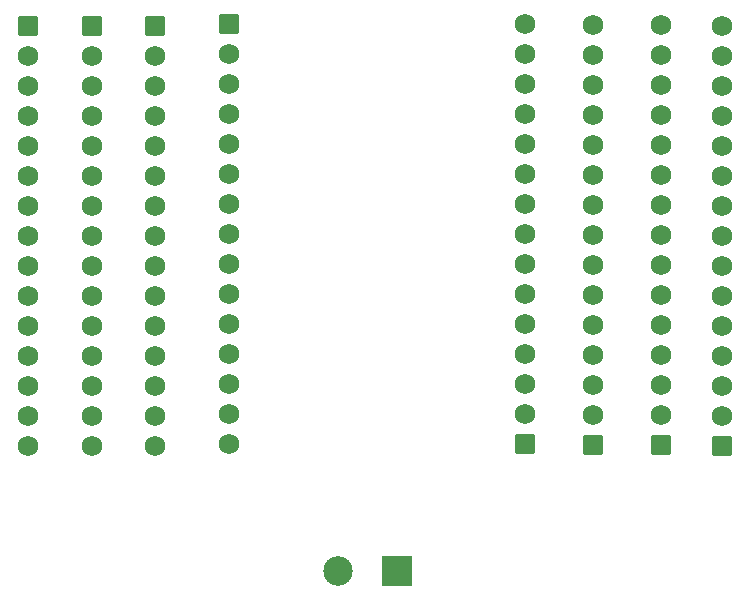
<source format=gbr>
%TF.GenerationSoftware,KiCad,Pcbnew,6.0.7+dfsg-1+b1*%
%TF.CreationDate,2022-09-28T14:19:47-05:00*%
%TF.ProjectId,esp32,65737033-322e-46b6-9963-61645f706362,rev?*%
%TF.SameCoordinates,Original*%
%TF.FileFunction,Soldermask,Bot*%
%TF.FilePolarity,Negative*%
%FSLAX46Y46*%
G04 Gerber Fmt 4.6, Leading zero omitted, Abs format (unit mm)*
G04 Created by KiCad (PCBNEW 6.0.7+dfsg-1+b1) date 2022-09-28 14:19:47*
%MOMM*%
%LPD*%
G01*
G04 APERTURE LIST*
G04 Aperture macros list*
%AMRoundRect*
0 Rectangle with rounded corners*
0 $1 Rounding radius*
0 $2 $3 $4 $5 $6 $7 $8 $9 X,Y pos of 4 corners*
0 Add a 4 corners polygon primitive as box body*
4,1,4,$2,$3,$4,$5,$6,$7,$8,$9,$2,$3,0*
0 Add four circle primitives for the rounded corners*
1,1,$1+$1,$2,$3*
1,1,$1+$1,$4,$5*
1,1,$1+$1,$6,$7*
1,1,$1+$1,$8,$9*
0 Add four rect primitives between the rounded corners*
20,1,$1+$1,$2,$3,$4,$5,0*
20,1,$1+$1,$4,$5,$6,$7,0*
20,1,$1+$1,$6,$7,$8,$9,0*
20,1,$1+$1,$8,$9,$2,$3,0*%
G04 Aperture macros list end*
%ADD10R,2.500000X2.500000*%
%ADD11C,2.500000*%
%ADD12RoundRect,0.250000X-0.620000X0.620000X-0.620000X-0.620000X0.620000X-0.620000X0.620000X0.620000X0*%
%ADD13C,1.740000*%
%ADD14RoundRect,0.250000X0.620000X-0.620000X0.620000X0.620000X-0.620000X0.620000X-0.620000X-0.620000X0*%
G04 APERTURE END LIST*
D10*
%TO.C,J3*%
X118500000Y-149100000D03*
D11*
X113500000Y-149100000D03*
%TD*%
D12*
%TO.C,J5*%
X92650000Y-102920000D03*
D13*
X92650000Y-105460000D03*
X92650000Y-108000000D03*
X92650000Y-110540000D03*
X92650000Y-113080000D03*
X92650000Y-115620000D03*
X92650000Y-118160000D03*
X92650000Y-120700000D03*
X92650000Y-123240000D03*
X92650000Y-125780000D03*
X92650000Y-128320000D03*
X92650000Y-130860000D03*
X92650000Y-133400000D03*
X92650000Y-135940000D03*
X92650000Y-138480000D03*
%TD*%
D12*
%TO.C,J1*%
X97950000Y-102920000D03*
D13*
X97950000Y-105460000D03*
X97950000Y-108000000D03*
X97950000Y-110540000D03*
X97950000Y-113080000D03*
X97950000Y-115620000D03*
X97950000Y-118160000D03*
X97950000Y-120700000D03*
X97950000Y-123240000D03*
X97950000Y-125780000D03*
X97950000Y-128320000D03*
X97950000Y-130860000D03*
X97950000Y-133400000D03*
X97950000Y-135940000D03*
X97950000Y-138480000D03*
%TD*%
D14*
%TO.C,J8der1*%
X146000000Y-138500000D03*
D13*
X146000000Y-135960000D03*
X146000000Y-133420000D03*
X146000000Y-130880000D03*
X146000000Y-128340000D03*
X146000000Y-125800000D03*
X146000000Y-123260000D03*
X146000000Y-120720000D03*
X146000000Y-118180000D03*
X146000000Y-115640000D03*
X146000000Y-113100000D03*
X146000000Y-110560000D03*
X146000000Y-108020000D03*
X146000000Y-105480000D03*
X146000000Y-102940000D03*
%TD*%
D14*
%TO.C,J6der1*%
X129350000Y-138380000D03*
D13*
X129350000Y-135840000D03*
X129350000Y-133300000D03*
X129350000Y-130760000D03*
X129350000Y-128220000D03*
X129350000Y-125680000D03*
X129350000Y-123140000D03*
X129350000Y-120600000D03*
X129350000Y-118060000D03*
X129350000Y-115520000D03*
X129350000Y-112980000D03*
X129350000Y-110440000D03*
X129350000Y-107900000D03*
X129350000Y-105360000D03*
X129350000Y-102820000D03*
%TD*%
D14*
%TO.C,J7der1*%
X140800000Y-138400000D03*
D13*
X140800000Y-135860000D03*
X140800000Y-133320000D03*
X140800000Y-130780000D03*
X140800000Y-128240000D03*
X140800000Y-125700000D03*
X140800000Y-123160000D03*
X140800000Y-120620000D03*
X140800000Y-118080000D03*
X140800000Y-115540000D03*
X140800000Y-113000000D03*
X140800000Y-110460000D03*
X140800000Y-107920000D03*
X140800000Y-105380000D03*
X140800000Y-102840000D03*
%TD*%
%TO.C,J3*%
X87250000Y-138480000D03*
X87250000Y-135940000D03*
X87250000Y-133400000D03*
X87250000Y-130860000D03*
X87250000Y-128320000D03*
X87250000Y-125780000D03*
X87250000Y-123240000D03*
X87250000Y-120700000D03*
X87250000Y-118160000D03*
X87250000Y-115620000D03*
X87250000Y-113080000D03*
X87250000Y-110540000D03*
X87250000Y-108000000D03*
X87250000Y-105460000D03*
D12*
X87250000Y-102920000D03*
%TD*%
%TO.C,J4*%
X104250000Y-102820000D03*
D13*
X104250000Y-105360000D03*
X104250000Y-107900000D03*
X104250000Y-110440000D03*
X104250000Y-112980000D03*
X104250000Y-115520000D03*
X104250000Y-118060000D03*
X104250000Y-120600000D03*
X104250000Y-123140000D03*
X104250000Y-125680000D03*
X104250000Y-128220000D03*
X104250000Y-130760000D03*
X104250000Y-133300000D03*
X104250000Y-135840000D03*
X104250000Y-138380000D03*
%TD*%
D14*
%TO.C,J10der1*%
X135100000Y-138400000D03*
D13*
X135100000Y-135860000D03*
X135100000Y-133320000D03*
X135100000Y-130780000D03*
X135100000Y-128240000D03*
X135100000Y-125700000D03*
X135100000Y-123160000D03*
X135100000Y-120620000D03*
X135100000Y-118080000D03*
X135100000Y-115540000D03*
X135100000Y-113000000D03*
X135100000Y-110460000D03*
X135100000Y-107920000D03*
X135100000Y-105380000D03*
X135100000Y-102840000D03*
%TD*%
M02*

</source>
